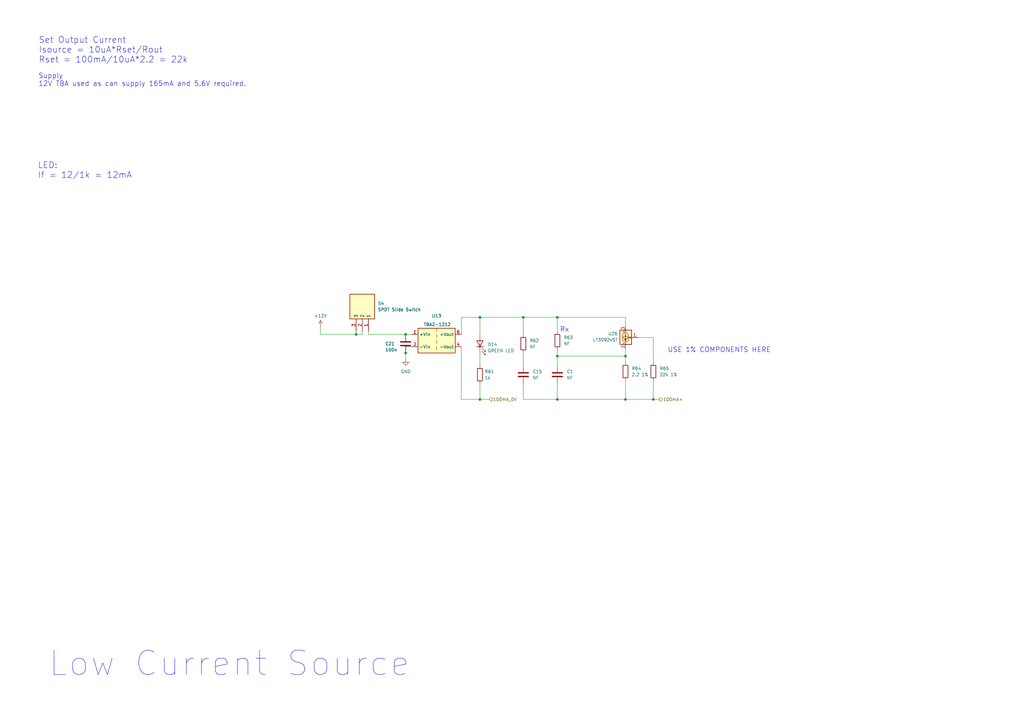
<source format=kicad_sch>
(kicad_sch (version 20231120) (generator "eeschema") (generator_version "8.0")
  (paper "A3")
  (title_block (title "GAVIM V4 TEST 137") (date "2024-06-25") (rev "00.00") (company "Nidec Drives"))
  (lib_symbols
    (symbol "Converter_DCDC:TBA2-1212"
      (property "Reference" "U" (at -6.35 6.35 0))
      (property "Value" "TBA2-1212" (at 2.54 6.35 0))
      (symbol "TBA2-1212_0_1"
        (rectangle (start -7.62 5.08) (end 7.62 -5.08) (stroke (width 0.254)) (fill (type background)))
        (polyline (pts (xy 0 -2.54) (xy 0 -3.81)))
        (polyline (pts (xy 0 0) (xy 0 -1.27)))
        (polyline (pts (xy 0 2.54) (xy 0 1.27)))
        (polyline (pts (xy 0 5.08) (xy 0 3.81)))
      )
      (symbol "TBA2-1212_1_1"
        (pin power_in line (at -10.16 2.54 0) (length 2.54) (name "+Vin") (number "1"))
        (pin power_in line (at -10.16 -2.54 0) (length 2.54) (name "-Vin") (number "2"))
        (pin power_out line (at 10.16 -2.54 180) (length 2.54) (name "-Vout") (number "4"))
        (pin power_out line (at 10.16 2.54 180) (length 2.54) (name "+Vout") (number "6"))
      )
    )
    (symbol "Device:C" (pin_numbers hide) (pin_names (offset 0.254))
      (property "Reference" "C" (at 0.635 2.54 0))
      (property "Value" "C" (at 0.635 -2.54 0))
      (symbol "C_0_1"
        (polyline (pts (xy -2.032 -0.762) (xy 2.032 -0.762)) (stroke (width 0.508)))
        (polyline (pts (xy -2.032 0.762) (xy 2.032 0.762)) (stroke (width 0.508)))
      )
      (symbol "C_1_1"
        (pin passive line (at 0 3.81 270) (length 2.794) (name "~") (number "1"))
        (pin passive line (at 0 -3.81 90) (length 2.794) (name "~") (number "2"))
      )
    )
    (symbol "Device:LED" (pin_numbers hide) (pin_names (offset 1.016) hide)
      (property "Reference" "D" (at 0 2.54 0))
      (property "Value" "LED" (at 0 -2.54 0))
      (symbol "LED_0_1"
        (polyline (pts (xy -1.27 -1.27) (xy -1.27 1.27)) (stroke (width 0.254)))
        (polyline (pts (xy -1.27 0) (xy 1.27 0)))
        (polyline (pts (xy 1.27 -1.27) (xy 1.27 1.27) (xy -1.27 0) (xy 1.27 -1.27)) (stroke (width 0.254)))
        (polyline (pts (xy -3.048 -0.762) (xy -4.572 -2.286) (xy -3.81 -2.286) (xy -4.572 -2.286) (xy -4.572 -1.524)))
        (polyline (pts (xy -1.778 -0.762) (xy -3.302 -2.286) (xy -2.54 -2.286) (xy -3.302 -2.286) (xy -3.302 -1.524)))
      )
      (symbol "LED_1_1"
        (pin passive line (at -3.81 0 0) (length 2.54) (name "K") (number "1"))
        (pin passive line (at 3.81 0 180) (length 2.54) (name "A") (number "2"))
      )
    )
    (symbol "Device:R" (pin_numbers hide) (pin_names (offset 0))
      (property "Reference" "R" (at 2.032 0 90))
      (property "Value" "R" (at 0 0 90))
      (symbol "R_0_1"
        (rectangle (start -1.016 -2.54) (end 1.016 2.54) (stroke (width 0.254)))
      )
      (symbol "R_1_1"
        (pin passive line (at 0 3.81 270) (length 1.27) (name "~") (number "1"))
        (pin passive line (at 0 -3.81 90) (length 1.27) (name "~") (number "2"))
      )
    )
    (symbol "Reference_Current:LT3092xST"
      (property "Reference" "U" (at 0.635 6.35 0))
      (property "Value" "LT3092xST" (at 0.635 4.445 0))
      (symbol "LT3092xST_0_1"
        (rectangle (start -2.286 3.048) (end 2.54 -2.794) (stroke (width 0.254)) (fill (type background)))
        (circle (center 0 -0.635) (radius 1.27))
        (polyline (pts (xy -1.143 -2.413) (xy -0.381 -2.413)))
        (polyline (pts (xy -1.016 2.413) (xy -0.254 2.413)))
        (polyline (pts (xy -0.635 2.794) (xy -0.635 2.032)))
        (polyline (pts (xy 0 -1.905) (xy 0 -3.175)))
        (polyline (pts (xy 0 1.397) (xy 0 -1.397)) (stroke (width 0.254)))
        (polyline (pts (xy 0 3.81) (xy 0 1.905)))
        (polyline (pts (xy 5.08 0) (xy 1.27 0)))
        (polyline (pts (xy 0 -1.397) (xy -0.254 -0.889) (xy 0.254 -0.889) (xy 0 -1.397)) (stroke (width 0.254)))
        (polyline (pts (xy 1.27 0) (xy 2.159 0.254) (xy 2.159 -0.254) (xy 1.27 0)))
        (circle (center 0 0.635) (radius 1.27))
      )
      (symbol "LT3092xST_1_1"
        (pin passive line (at 5.08 0 180) (length 2.54) (name "~") (number "1"))
        (pin passive line (at 0 -5.08 90) (length 2.54) (name "~") (number "2"))
        (pin passive line (at 0 5.08 270) (length 2.54) (name "~") (number "3"))
      )
    )
    (symbol "SamacSys_Parts:25136NAH6"
      (property "Reference" "S" (at 16.51 7.62 0))
      (property "Value" "25136NAH6" (at 16.51 5.08 0))
      (symbol "25136NAH6_1_1"
        (rectangle (start 5.08 2.54) (end 15.24 -7.62) (stroke (width 0.254)) (fill (type background)))
        (pin passive line (at 0 -5.08 0) (length 5.08) (name "1") (number "1"))
        (pin passive line (at 0 -2.54 0) (length 5.08) (name "2") (number "2"))
        (pin passive line (at 0 0 0) (length 5.08) (name "3") (number "3"))
      )
    )
    (symbol "power:+12V" (power) (pin_numbers hide) (pin_names (offset 0) hide)
      (property "Value" "+12V" (at 0 3.556 0))
      (symbol "+12V_0_1"
        (polyline (pts (xy -0.762 1.27) (xy 0 2.54)))
        (polyline (pts (xy 0 0) (xy 0 2.54)))
        (polyline (pts (xy 0 2.54) (xy 0.762 1.27)))
      )
      (symbol "+12V_1_1"
        (pin power_in line (at 0 0 90) (length 0) (name "~") (number "1"))
      )
    )
    (symbol "power:GND" (power) (pin_names (offset 0))
      (property "Value" "GND" (at 0 -3.81 0))
      (symbol "GND_0_1"
        (polyline (pts (xy 0 0) (xy 0 -1.27) (xy 1.27 -1.27) (xy 0 -2.54) (xy -1.27 -1.27) (xy 0 -1.27)))
      )
      (symbol "GND_1_1"
        (pin power_in line (at 0 0 270) (length 0) hide (name "GND") (number "1"))
      )
    )
  )
  (junction (at 267.97 163.83))
  (junction (at 214.63 130.175))
  (junction (at 166.37 137.16))
  (junction (at 228.6 130.175))
  (junction (at 196.85 163.83))
  (junction (at 256.54 146.05))
  (junction (at 166.37 144.78))
  (junction (at 196.85 130.175))
  (junction (at 228.6 146.05))
  (junction (at 228.6 163.83))
  (junction (at 146.05 137.16))
  (junction (at 256.54 163.83))
  (wire (pts (xy 196.85 130.175) (xy 214.63 130.175)))
  (wire (pts (xy 256.54 130.175) (xy 256.54 133.35)))
  (wire (pts (xy 166.37 147.32) (xy 166.37 144.78)))
  (wire (pts (xy 267.97 148.59) (xy 267.97 138.43)))
  (wire (pts (xy 214.63 130.175) (xy 228.6 130.175)))
  (wire (pts (xy 146.05 135.89) (xy 146.05 137.16)))
  (wire (pts (xy 189.23 130.175) (xy 189.23 137.16)))
  (wire (pts (xy 131.445 133.985) (xy 131.445 137.16)))
  (wire (pts (xy 166.37 144.78) (xy 166.37 142.24)))
  (wire (pts (xy 228.6 143.51) (xy 228.6 146.05)))
  (wire (pts (xy 256.54 163.83) (xy 267.97 163.83)))
  (wire (pts (xy 151.13 135.89) (xy 151.13 137.16)))
  (wire (pts (xy 256.54 146.05) (xy 256.54 148.59)))
  (wire (pts (xy 189.23 142.24) (xy 189.23 163.83)))
  (wire (pts (xy 196.85 157.48) (xy 196.85 163.83)))
  (wire (pts (xy 214.63 157.48) (xy 214.63 163.83)))
  (wire (pts (xy 256.54 143.51) (xy 256.54 146.05)))
  (wire (pts (xy 256.54 156.21) (xy 256.54 163.83)))
  (wire (pts (xy 267.97 156.21) (xy 267.97 163.83)))
  (wire (pts (xy 267.97 138.43) (xy 261.62 138.43)))
  (wire (pts (xy 196.85 144.78) (xy 196.85 149.86)))
  (wire (pts (xy 196.85 163.83) (xy 200.66 163.83)))
  (wire (pts (xy 214.63 144.78) (xy 214.63 149.86)))
  (wire (pts (xy 228.6 163.83) (xy 256.54 163.83)))
  (wire (pts (xy 228.6 130.175) (xy 256.54 130.175)))
  (wire (pts (xy 228.6 157.48) (xy 228.6 163.83)))
  (wire (pts (xy 196.85 130.175) (xy 196.85 137.16)))
  (wire (pts (xy 189.23 163.83) (xy 196.85 163.83)))
  (wire (pts (xy 131.445 137.16) (xy 146.05 137.16)))
  (wire (pts (xy 228.6 146.05) (xy 256.54 146.05)))
  (wire (pts (xy 267.97 163.83) (xy 270.51 163.83)))
  (wire (pts (xy 228.6 130.175) (xy 228.6 135.89)))
  (wire (pts (xy 189.23 130.175) (xy 196.85 130.175)))
  (wire (pts (xy 148.59 135.89) (xy 148.59 137.16)))
  (wire (pts (xy 228.6 146.05) (xy 228.6 149.86)))
  (wire (pts (xy 166.37 142.24) (xy 168.91 142.24)))
  (wire (pts (xy 166.37 137.16) (xy 168.91 137.16)))
  (wire (pts (xy 146.05 137.16) (xy 148.59 137.16)))
  (wire (pts (xy 151.13 137.16) (xy 166.37 137.16)))
  (wire (pts (xy 214.63 163.83) (xy 228.6 163.83)))
  (wire (pts (xy 214.63 130.175) (xy 214.63 137.16)))
  (text "Supply\n12V TBA used as can supply 165mA and 5.6V required.\n\n" (at 15.748 38.862 0) (effects (font (size 2 2)) (justify left bottom)))
  (text "LED:\nIf = 12/1k = 12mA" (at 15.494 73.406 0) (effects (font (size 2.5 2.5)) (justify left bottom)))
  (text "Rx" (at 229.616 136.398 0) (effects (font (size 2 2)) (justify left bottom)))
  (text "Set Output Current\nIsource = 10uA*Rset/Rout\nRset = 100mA/10uA*2.2 = 22k" (at 15.875 26.035 0) (effects (font (size 2.5 2.5)) (justify left bottom)))
  (text "USE 1% COMPONENTS HERE" (at 273.812 144.78 0) (effects (font (size 2 2)) (justify left bottom)))
  (text "Low Current Source" (at 19.685 278.13 0) (effects (font (size 10 10)) (justify left bottom)))
  (hierarchical_label "100mA_0V" (shape input) (at 200.66 163.83 0))
  (hierarchical_label "100mA+" (shape output) (at 270.51 163.83 0))
  (symbol (lib_id "Device:LED") (at 196.85 140.97 90) (unit 1)
    (property "Reference" "D14" (at 200.025 141.2875 90) (effects (justify right)))
    (property "Value" "GREEN LED" (at 200.025 143.8275 90) (effects (justify right)))
    (property "Footprint" "LED_THT:LED_D4.0mm" (effects (hide yes)))
    (property "CT Part Number" "N/A" (effects (hide yes)))
    (instances (project "TEST137" (path "" (reference "D14") (unit 1)) (path "" (reference "D13") (unit 1)) (path "" (reference "D12") (unit 1)) (path "" (reference "D11") (unit 1)) (path "" (reference "D15") (unit 1))))
  )
  (symbol (lib_id "Device:C") (at 214.63 153.67 0) (unit 1)
    (property "Reference" "C15" (at 218.44 152.4 0) (effects (justify left)))
    (property "Value" "NF" (at 218.44 154.94 0) (effects (justify left)))
    (property "Footprint" "Capacitor_SMD:C_0603_1608Metric_Pad1.08x0.95mm_HandSolder" (effects (hide yes)))
    (property "CT Part Number" "N/A" (effects (hide yes)))
    (instances (project "TEST137" (path "" (reference "C15") (unit 1)) (path "" (reference "C7") (unit 1)) (path "" (reference "C9") (unit 1)) (path "" (reference "C11") (unit 1)) (path "" (reference "C8") (unit 1))))
  )
  (symbol (lib_id "Device:R") (at 256.54 152.4 0) (unit 1)
    (property "Reference" "R64" (at 259.08 151.13 0) (effects (justify left)))
    (property "Value" "2.2 1%" (at 259.08 153.67 0) (effects (justify left)))
    (property "Footprint" "Resistor_SMD:R_0603_1608Metric_Pad0.98x0.95mm_HandSolder" (effects (hide yes)))
    (property "CT Part Number" "N/A" (effects (hide yes)))
    (instances (project "TEST137" (path "" (reference "R64") (unit 1)) (path "" (reference "R44") (unit 1)) (path "" (reference "R49") (unit 1)) (path "" (reference "R54") (unit 1)) (path "" (reference "R17") (unit 1))))
  )
  (symbol (lib_id "Device:R") (at 228.6 139.7 0) (unit 1)
    (property "Reference" "R63" (at 231.14 138.43 0) (effects (justify left)))
    (property "Value" "NF" (at 231.14 140.97 0) (effects (justify left)))
    (property "Footprint" "Resistor_SMD:R_0603_1608Metric_Pad0.98x0.95mm_HandSolder" (effects (hide yes)))
    (property "CT Part Number" "N/A" (effects (hide yes)))
    (instances (project "TEST137" (path "" (reference "R63") (unit 1)) (path "" (reference "R43") (unit 1)) (path "" (reference "R48") (unit 1)) (path "" (reference "R53") (unit 1)) (path "" (reference "R16") (unit 1))))
  )
  (symbol (lib_id "Converter_DCDC:TBA2-1212") (at 179.07 139.7 0) (unit 1)
    (property "Reference" "U13" (at 179.07 129.54 0))
    (property "Value" "TBA2-1212" (at 179.324 133.096 0))
    (property "Footprint" "Imported Parts:TBA21213" (effects (hide yes)))
    (property "Datasheet" "https://www.tracopower.com/products/tba2.pdf" (effects (hide yes)))
    (property "Description" "2W DC/DC converter unregulated, 10.8-13.2V input, 12V fixed output voltage, 165mA output, 1.5kVDC isolation, SIP-7" (effects (hide yes)))
    (property "CT Part Number" "N/A" (effects (hide yes)))
    (property "Link (Ext)" "https://www.mouser.co.uk/ProductDetail/TRACO-Power/TBA-2-1212?qs=byeeYqUIh0ON8U3yVOJqLg%3D%3D" (effects (hide yes)))
    (instances (project "TEST137" (path "" (reference "U13") (unit 1)) (path "" (reference "U12") (unit 1)) (path "" (reference "U11") (unit 1)) (path "" (reference "U9") (unit 1)) (path "" (reference "U10") (unit 1))))
  )
  (symbol (lib_id "Device:C") (at 166.37 140.97 0) (unit 1)
    (property "Reference" "C21" (at 157.988 140.97 0) (effects (justify left)))
    (property "Value" "100n" (at 157.988 143.51 0) (effects (justify left)))
    (property "Footprint" "Capacitor_SMD:C_0603_1608Metric_Pad1.08x0.95mm_HandSolder" (effects (hide yes)))
    (property "Description" "Unpolarized capacitor" (effects (hide yes)))
    (property "CT Part Number" "1425-6104" (effects (hide yes)))
    (instances (project "TEST137" (path "" (reference "C21") (unit 1)) (path "" (reference "C22") (unit 1)) (path "" (reference "C23") (unit 1)) (path "" (reference "C24") (unit 1)) (path "" (reference "C25") (unit 1))))
  )
  (symbol (lib_id "Device:R") (at 196.85 153.67 0) (unit 1)
    (property "Reference" "R61" (at 198.755 152.4 0) (effects (justify left)))
    (property "Value" "1k" (at 198.755 154.94 0) (effects (justify left)))
    (property "Footprint" "Resistor_SMD:R_0603_1608Metric_Pad0.98x0.95mm_HandSolder" (effects (hide yes)))
    (property "CT Part Number" "1127-4101" (effects (hide yes)))
    (instances (project "TEST137" (path "" (reference "R61") (unit 1)) (path "" (reference "R27") (unit 1)) (path "" (reference "R46") (unit 1)) (path "" (reference "R51") (unit 1)) (path "" (reference "R11") (unit 1))))
  )
  (symbol (lib_id "power:GND") (at 166.37 147.32 0) (unit 1)
    (property "Reference" "#PWR050" (effects (hide yes)))
    (property "Value" "GND" (at 166.37 152.4 0))
    (instances (project "TEST137" (path "" (reference "#PWR050") (unit 1)) (path "" (reference "#PWR042") (unit 1)) (path "" (reference "#PWR044") (unit 1)) (path "" (reference "#PWR046") (unit 1)) (path "" (reference "#PWR018") (unit 1))))
  )
  (symbol (lib_id "Device:C") (at 228.6 153.67 0) (unit 1)
    (property "Reference" "C1" (at 232.41 152.4 0) (effects (justify left)))
    (property "Value" "NF" (at 232.41 154.94 0) (effects (justify left)))
    (property "Footprint" "Capacitor_SMD:C_0603_1608Metric_Pad1.08x0.95mm_HandSolder" (effects (hide yes)))
    (property "CT Part Number" "N/A" (effects (hide yes)))
    (instances (project "TEST137" (path "" (reference "C1") (unit 1)) (path "" (reference "C2") (unit 1)) (path "" (reference "C3") (unit 1)) (path "" (reference "C4") (unit 1)) (path "" (reference "C10") (unit 1))))
  )
  (symbol (lib_id "Reference_Current:LT3092xST") (at 256.54 138.43 0) (unit 1)
    (property "Reference" "U26" (at 253.365 136.8425 0) (effects (justify right)))
    (property "Value" "LT3092xST" (at 253.365 139.3825 0) (effects (justify right)))
    (property "Footprint" "Package_TO_SOT_SMD:SOT-223-3_TabPin2" (effects (hide yes)))
    (property "Datasheet" "https://www.analog.com/media/en/technical-documentation/data-sheets/3092fc.pdf" (effects (hide yes)))
    (property "CT Part Number" "N/A" (effects (hide yes)))
    (property "Link (Ext)" "https://www.mouser.co.uk/ProductDetail/Analog-Devices/LT3092MPSTPBF?qs=hVkxg5c3xu8pZhW%2F4dcGqw%3D%3D" (effects (hide yes)))
    (instances (project "TEST137" (path "" (reference "U26") (unit 1)) (path "" (reference "U18") (unit 1)) (path "" (reference "U20") (unit 1)) (path "" (reference "U22") (unit 1)) (path "" (reference "U15") (unit 1))))
  )
  (symbol (lib_id "SamacSys_Parts:25136NAH6") (at 146.05 135.89 90) (unit 1)
    (property "Reference" "S4" (at 154.94 124.46 90) (effects (justify right)))
    (property "Value" "SPDT Slide Switch" (at 154.94 127 90) (effects (justify right)))
    (property "Footprint" "Imported Parts:25136NAH" (effects (hide yes)))
    (property "Datasheet" "https://componentsearchengine.com/Datasheets/1/25136NAH6.pdf" (effects (hide yes)))
    (property "Height" "8" (effects (hide yes)))
    (property "Mouser Part Number" "642-25136NAH6" (effects (hide yes)))
    (property "Mouser Price/Stock" "https://www.mouser.co.uk/ProductDetail/Apem/25136NAH6?qs=13SBeMgRQil8VGbOcfWTBA%3D%3D" (effects (hide yes)))
    (property "Manufacturer_Name" "Apem" (effects (hide yes)))
    (property "Manufacturer_Part_Number" "25136NAH6" (effects (hide yes)))
    (property "CT Part Number" "N/A" (effects (hide yes)))
    (instances (project "TEST137" (path "" (reference "S4") (unit 1)) (path "" (reference "S3") (unit 1)) (path "" (reference "S2") (unit 1)) (path "" (reference "S1") (unit 1)) (path "" (reference "S5") (unit 1))))
  )
  (symbol (lib_id "Device:R") (at 267.97 152.4 0) (unit 1)
    (property "Reference" "R65" (at 270.51 151.13 0) (effects (justify left)))
    (property "Value" "22k 1%" (at 270.51 153.67 0) (effects (justify left)))
    (property "Footprint" "Resistor_SMD:R_0603_1608Metric_Pad0.98x0.95mm_HandSolder" (effects (hide yes)))
    (property "CT Part Number" "1127-5221" (effects (hide yes)))
    (instances (project "TEST137" (path "" (reference "R65") (unit 1)) (path "" (reference "R45") (unit 1)) (path "" (reference "R50") (unit 1)) (path "" (reference "R55") (unit 1)) (path "" (reference "R18") (unit 1))))
  )
  (symbol (lib_id "Device:R") (at 214.63 140.97 0) (unit 1)
    (property "Reference" "R62" (at 217.17 139.7 0) (effects (justify left)))
    (property "Value" "NF" (at 217.17 142.24 0) (effects (justify left)))
    (property "Footprint" "Resistor_SMD:R_0603_1608Metric_Pad0.98x0.95mm_HandSolder" (effects (hide yes)))
    (property "CT Part Number" "N/A" (effects (hide yes)))
    (instances (project "TEST137" (path "" (reference "R62") (unit 1)) (path "" (reference "R28") (unit 1)) (path "" (reference "R47") (unit 1)) (path "" (reference "R52") (unit 1)) (path "" (reference "R15") (unit 1))))
  )
  (symbol (lib_id "power:+12V") (at 131.445 133.985 0) (unit 1)
    (property "Reference" "#PWR049" (effects (hide yes)))
    (property "Value" "+12V" (at 131.445 129.54 0))
    (property "Description" "Power symbol creates a global label with name \"+12V\"" (effects (hide yes)))
    (instances (project "TEST137" (path "" (reference "#PWR049") (unit 1)) (path "" (reference "#PWR041") (unit 1)) (path "" (reference "#PWR043") (unit 1)) (path "" (reference "#PWR045") (unit 1)) (path "" (reference "#PWR017") (unit 1))))
  )
)
</source>
